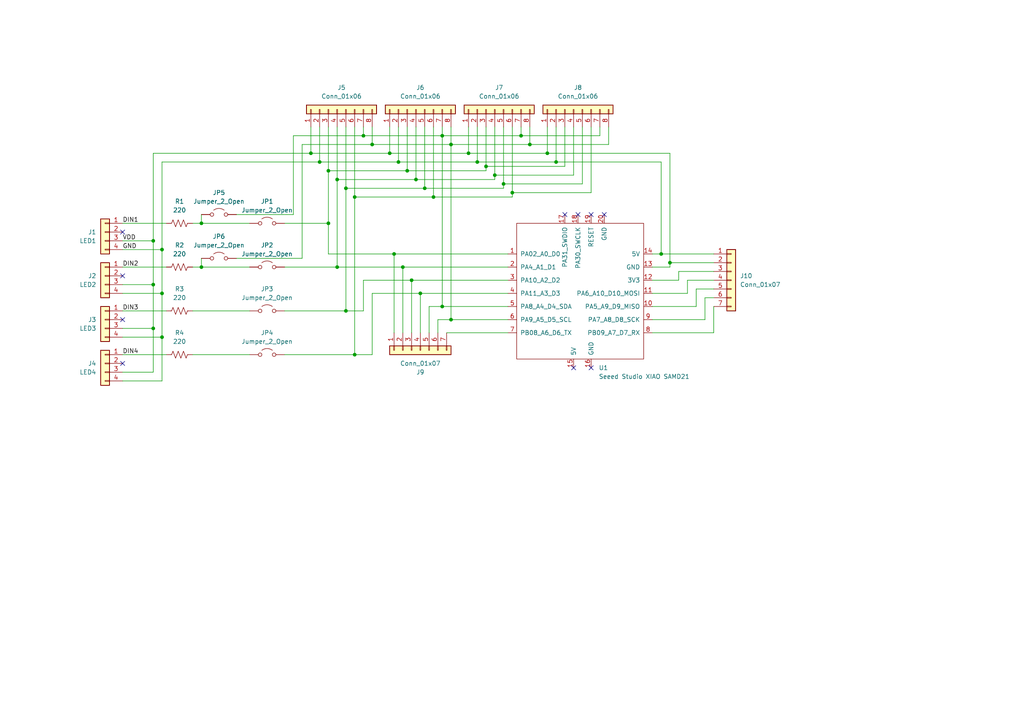
<source format=kicad_sch>
(kicad_sch (version 20231120) (generator "eeschema") (generator_version "8.0")
  (paper "A4")
  (lib_symbols
    (symbol "Connector_Generic:Conn_01x04" (pin_names (offset 1.016) hide)
      (property "Reference" "J" (at 0 5.08 0))
      (property "Value" "Conn_01x04" (at 0 -7.62 0))
      (symbol "Conn_01x04_1_1"
        (rectangle (start -1.27 -4.953) (end 0 -5.207) (stroke (width 0.1524)))
        (rectangle (start -1.27 -2.413) (end 0 -2.667) (stroke (width 0.1524)))
        (rectangle (start -1.27 0.127) (end 0 -0.127) (stroke (width 0.1524)))
        (rectangle (start -1.27 2.667) (end 0 2.413) (stroke (width 0.1524)))
        (rectangle (start -1.27 3.81) (end 1.27 -6.35) (stroke (width 0.254)) (fill (type background)))
        (pin passive line (at -5.08 2.54 0) (length 3.81) (name "Pin_1") (number "1"))
        (pin passive line (at -5.08 0 0) (length 3.81) (name "Pin_2") (number "2"))
        (pin passive line (at -5.08 -2.54 0) (length 3.81) (name "Pin_3") (number "3"))
        (pin passive line (at -5.08 -5.08 0) (length 3.81) (name "Pin_4") (number "4"))
      )
    )
    (symbol "Connector_Generic:Conn_01x07" (pin_names (offset 1.016) hide)
      (property "Reference" "J" (at 0 10.16 0))
      (property "Value" "Conn_01x07" (at 0 -10.16 0))
      (symbol "Conn_01x07_1_1"
        (rectangle (start -1.27 -7.493) (end 0 -7.747) (stroke (width 0.1524)))
        (rectangle (start -1.27 -4.953) (end 0 -5.207) (stroke (width 0.1524)))
        (rectangle (start -1.27 -2.413) (end 0 -2.667) (stroke (width 0.1524)))
        (rectangle (start -1.27 0.127) (end 0 -0.127) (stroke (width 0.1524)))
        (rectangle (start -1.27 2.667) (end 0 2.413) (stroke (width 0.1524)))
        (rectangle (start -1.27 5.207) (end 0 4.953) (stroke (width 0.1524)))
        (rectangle (start -1.27 7.747) (end 0 7.493) (stroke (width 0.1524)))
        (rectangle (start -1.27 8.89) (end 1.27 -8.89) (stroke (width 0.254)) (fill (type background)))
        (pin passive line (at -5.08 7.62 0) (length 3.81) (name "Pin_1") (number "1"))
        (pin passive line (at -5.08 5.08 0) (length 3.81) (name "Pin_2") (number "2"))
        (pin passive line (at -5.08 2.54 0) (length 3.81) (name "Pin_3") (number "3"))
        (pin passive line (at -5.08 0 0) (length 3.81) (name "Pin_4") (number "4"))
        (pin passive line (at -5.08 -2.54 0) (length 3.81) (name "Pin_5") (number "5"))
        (pin passive line (at -5.08 -5.08 0) (length 3.81) (name "Pin_6") (number "6"))
        (pin passive line (at -5.08 -7.62 0) (length 3.81) (name "Pin_7") (number "7"))
      )
    )
    (symbol "Connector_Generic:Conn_01x08" (pin_names (offset 1.016) hide)
      (property "Reference" "J" (at 0 10.16 0))
      (property "Value" "Conn_01x08" (at 0 -12.7 0))
      (symbol "Conn_01x08_1_1"
        (rectangle (start -1.27 -10.033) (end 0 -10.287) (stroke (width 0.1524)))
        (rectangle (start -1.27 -7.493) (end 0 -7.747) (stroke (width 0.1524)))
        (rectangle (start -1.27 -4.953) (end 0 -5.207) (stroke (width 0.1524)))
        (rectangle (start -1.27 -2.413) (end 0 -2.667) (stroke (width 0.1524)))
        (rectangle (start -1.27 0.127) (end 0 -0.127) (stroke (width 0.1524)))
        (rectangle (start -1.27 2.667) (end 0 2.413) (stroke (width 0.1524)))
        (rectangle (start -1.27 5.207) (end 0 4.953) (stroke (width 0.1524)))
        (rectangle (start -1.27 7.747) (end 0 7.493) (stroke (width 0.1524)))
        (rectangle (start -1.27 8.89) (end 1.27 -11.43) (stroke (width 0.254)) (fill (type background)))
        (pin passive line (at -5.08 7.62 0) (length 3.81) (name "Pin_1") (number "1"))
        (pin passive line (at -5.08 5.08 0) (length 3.81) (name "Pin_2") (number "2"))
        (pin passive line (at -5.08 2.54 0) (length 3.81) (name "Pin_3") (number "3"))
        (pin passive line (at -5.08 0 0) (length 3.81) (name "Pin_4") (number "4"))
        (pin passive line (at -5.08 -2.54 0) (length 3.81) (name "Pin_5") (number "5"))
        (pin passive line (at -5.08 -5.08 0) (length 3.81) (name "Pin_6") (number "6"))
        (pin passive line (at -5.08 -7.62 0) (length 3.81) (name "Pin_7") (number "7"))
        (pin passive line (at -5.08 -10.16 0) (length 3.81) (name "Pin_8") (number "8"))
      )
    )
    (symbol "Device:R_US" (pin_numbers hide) (pin_names (offset 0))
      (property "Reference" "R" (at 2.54 0 90))
      (property "Value" "R_US" (at -2.54 0 90))
      (symbol "R_US_0_1"
        (polyline (pts (xy 0 -2.286) (xy 0 -2.54)))
        (polyline (pts (xy 0 2.286) (xy 0 2.54)))
        (polyline (pts (xy 0 -0.762) (xy 1.016 -1.143) (xy 0 -1.524) (xy -1.016 -1.905) (xy 0 -2.286)))
        (polyline (pts (xy 0 0.762) (xy 1.016 0.381) (xy 0 0) (xy -1.016 -0.381) (xy 0 -0.762)))
        (polyline (pts (xy 0 2.286) (xy 1.016 1.905) (xy 0 1.524) (xy -1.016 1.143) (xy 0 0.762)))
      )
      (symbol "R_US_1_1"
        (pin passive line (at 0 3.81 270) (length 1.27) (name "~") (number "1"))
        (pin passive line (at 0 -3.81 90) (length 1.27) (name "~") (number "2"))
      )
    )
    (symbol "Jumper:Jumper_2_Open" (pin_numbers hide) (pin_names (offset 0) hide) (exclude_from_sim yes)
      (property "Reference" "JP" (at 0 2.794 0))
      (property "Value" "Jumper_2_Open" (at 0 -2.286 0))
      (symbol "Jumper_2_Open_0_0"
        (circle (center -2.032 0) (radius 0.508))
        (circle (center 2.032 0) (radius 0.508))
      )
      (symbol "Jumper_2_Open_0_1"
        (arc (start 1.524 1.27) (mid 0 1.778) (end -1.524 1.27))
      )
      (symbol "Jumper_2_Open_1_1"
        (pin passive line (at -5.08 0 0) (length 2.54) (name "A") (number "1"))
        (pin passive line (at 5.08 0 180) (length 2.54) (name "B") (number "2"))
      )
    )
    (symbol "Seeed_Studio_XIAO_Series:Seeed Studio XIAO SAMD21" (pin_names (offset 1.016))
      (property "Reference" "U" (at -19.05 22.86 0))
      (property "Value" "Seeed Studio XIAO SAMD21" (at -12.7 21.59 0))
      (symbol "Seeed Studio XIAO SAMD21_0_1"
        (rectangle (start -19.05 20.32) (end 17.78 -19.05))
      )
      (symbol "Seeed Studio XIAO SAMD21_1_1"
        (pin unspecified line (at -21.59 11.43 0) (length 2.54) (name "PA02_A0_D0") (number "1"))
        (pin unspecified line (at 20.32 -3.81 180) (length 2.54) (name "PA5_A9_D9_MISO") (number "10"))
        (pin unspecified line (at 20.32 0 180) (length 2.54) (name "PA6_A10_D10_MOSI") (number "11"))
        (pin unspecified line (at 20.32 3.81 180) (length 2.54) (name "3V3") (number "12"))
        (pin unspecified line (at 20.32 7.62 180) (length 2.54) (name "GND") (number "13"))
        (pin unspecified line (at 20.32 11.43 180) (length 2.54) (name "5V") (number "14"))
        (pin input line (at -2.54 -21.59 90) (length 2.54) (name "5V") (number "15"))
        (pin input line (at 2.54 -21.59 90) (length 2.54) (name "GND") (number "16"))
        (pin input line (at -5.08 22.86 270) (length 2.54) (name "PA31_SWDIO") (number "17"))
        (pin input line (at -1.27 22.86 270) (length 2.54) (name "PA30_SWCLK") (number "18"))
        (pin input line (at 2.54 22.86 270) (length 2.54) (name "RESET") (number "19"))
        (pin unspecified line (at -21.59 7.62 0) (length 2.54) (name "PA4_A1_D1") (number "2"))
        (pin input line (at 6.35 22.86 270) (length 2.54) (name "GND") (number "20"))
        (pin unspecified line (at -21.59 3.81 0) (length 2.54) (name "PA10_A2_D2") (number "3"))
        (pin unspecified line (at -21.59 0 0) (length 2.54) (name "PA11_A3_D3") (number "4"))
        (pin unspecified line (at -21.59 -3.81 0) (length 2.54) (name "PA8_A4_D4_SDA") (number "5"))
        (pin unspecified line (at -21.59 -7.62 0) (length 2.54) (name "PA9_A5_D5_SCL") (number "6"))
        (pin unspecified line (at -21.59 -11.43 0) (length 2.54) (name "PB08_A6_D6_TX") (number "7"))
        (pin unspecified line (at 20.32 -11.43 180) (length 2.54) (name "PB09_A7_D7_RX") (number "8"))
        (pin unspecified line (at 20.32 -7.62 180) (length 2.54) (name "PA7_A8_D8_SCK") (number "9"))
      )
    )
  )
  (junction (at 102.87 57.15))
  (junction (at 119.38 81.28))
  (junction (at 151.13 39.37))
  (junction (at 125.73 57.15))
  (junction (at 95.25 49.53))
  (junction (at 46.99 97.79))
  (junction (at 44.45 95.25))
  (junction (at 135.89 44.45))
  (junction (at 130.81 92.71))
  (junction (at 115.57 46.99))
  (junction (at 46.99 72.39))
  (junction (at 143.51 50.8))
  (junction (at 153.67 41.91))
  (junction (at 194.31 76.2))
  (junction (at 116.84 77.47))
  (junction (at 95.25 64.77))
  (junction (at 146.05 53.34))
  (junction (at 138.43 46.99))
  (junction (at 123.19 54.61))
  (junction (at 118.11 49.53))
  (junction (at 148.59 55.88))
  (junction (at 191.77 73.66))
  (junction (at 120.65 52.07))
  (junction (at 90.17 44.45))
  (junction (at 102.87 102.87))
  (junction (at 121.92 85.09))
  (junction (at 100.33 54.61))
  (junction (at 128.27 39.37))
  (junction (at 97.79 52.07))
  (junction (at 44.45 69.85))
  (junction (at 140.97 48.26))
  (junction (at 105.41 39.37))
  (junction (at 44.45 82.55))
  (junction (at 92.71 46.99))
  (junction (at 107.95 41.91))
  (junction (at 158.75 44.45))
  (junction (at 114.3 73.66))
  (junction (at 130.81 41.91))
  (junction (at 113.03 44.45))
  (junction (at 100.33 90.17))
  (junction (at 161.29 46.99))
  (junction (at 58.42 64.77))
  (junction (at 97.79 77.47))
  (junction (at 128.27 88.9))
  (junction (at 46.99 85.09))
  (junction (at 58.42 77.47))
  (no_connect (at 163.83 62.23))
  (no_connect (at 35.56 105.41))
  (no_connect (at 35.56 80.01))
  (no_connect (at 35.56 92.71))
  (no_connect (at 35.56 67.31))
  (no_connect (at 166.37 106.68))
  (no_connect (at 171.45 62.23))
  (no_connect (at 175.26 62.23))
  (no_connect (at 167.64 62.23))
  (no_connect (at 171.45 106.68))
  (wire (pts (xy 124.46 96.52) (xy 124.46 88.9)))
  (wire (pts (xy 68.58 62.23) (xy 85.09 62.23)))
  (wire (pts (xy 58.42 64.77) (xy 72.39 64.77)))
  (wire (pts (xy 35.56 77.47) (xy 48.26 77.47)))
  (wire (pts (xy 46.99 85.09) (xy 46.99 72.39)))
  (wire (pts (xy 130.81 41.91) (xy 130.81 36.83)))
  (wire (pts (xy 97.79 52.07) (xy 120.65 52.07)))
  (wire (pts (xy 44.45 107.95) (xy 44.45 95.25)))
  (wire (pts (xy 35.56 95.25) (xy 44.45 95.25)))
  (wire (pts (xy 92.71 36.83) (xy 92.71 46.99)))
  (wire (pts (xy 125.73 36.83) (xy 125.73 57.15)))
  (wire (pts (xy 121.92 85.09) (xy 107.95 85.09)))
  (wire (pts (xy 35.56 90.17) (xy 48.26 90.17)))
  (wire (pts (xy 207.01 78.74) (xy 196.85 78.74)))
  (wire (pts (xy 55.88 90.17) (xy 72.39 90.17)))
  (wire (pts (xy 147.32 85.09) (xy 121.92 85.09)))
  (wire (pts (xy 114.3 73.66) (xy 147.32 73.66)))
  (wire (pts (xy 95.25 36.83) (xy 95.25 49.53)))
  (wire (pts (xy 166.37 50.8) (xy 143.51 50.8)))
  (wire (pts (xy 176.53 36.83) (xy 176.53 41.91)))
  (wire (pts (xy 199.39 81.28) (xy 199.39 85.09)))
  (wire (pts (xy 35.56 107.95) (xy 44.45 107.95)))
  (wire (pts (xy 140.97 48.26) (xy 140.97 49.53)))
  (wire (pts (xy 204.47 92.71) (xy 189.23 92.71)))
  (wire (pts (xy 135.89 44.45) (xy 113.03 44.45)))
  (wire (pts (xy 95.25 73.66) (xy 114.3 73.66)))
  (wire (pts (xy 158.75 44.45) (xy 194.31 44.45)))
  (wire (pts (xy 147.32 92.71) (xy 130.81 92.71)))
  (wire (pts (xy 58.42 74.93) (xy 58.42 77.47)))
  (wire (pts (xy 171.45 55.88) (xy 148.59 55.88)))
  (wire (pts (xy 85.09 39.37) (xy 85.09 62.23)))
  (wire (pts (xy 46.99 110.49) (xy 46.99 97.79)))
  (wire (pts (xy 146.05 36.83) (xy 146.05 53.34)))
  (wire (pts (xy 118.11 49.53) (xy 95.25 49.53)))
  (wire (pts (xy 146.05 54.61) (xy 123.19 54.61)))
  (wire (pts (xy 163.83 48.26) (xy 140.97 48.26)))
  (wire (pts (xy 163.83 36.83) (xy 163.83 48.26)))
  (wire (pts (xy 35.56 102.87) (xy 48.26 102.87)))
  (wire (pts (xy 118.11 36.83) (xy 118.11 49.53)))
  (wire (pts (xy 35.56 64.77) (xy 48.26 64.77)))
  (wire (pts (xy 95.25 49.53) (xy 95.25 64.77)))
  (wire (pts (xy 105.41 81.28) (xy 119.38 81.28)))
  (wire (pts (xy 207.01 83.82) (xy 201.93 83.82)))
  (wire (pts (xy 55.88 102.87) (xy 72.39 102.87)))
  (wire (pts (xy 107.95 41.91) (xy 87.63 41.91)))
  (wire (pts (xy 128.27 39.37) (xy 128.27 88.9)))
  (wire (pts (xy 138.43 46.99) (xy 161.29 46.99)))
  (wire (pts (xy 116.84 77.47) (xy 147.32 77.47)))
  (wire (pts (xy 171.45 36.83) (xy 171.45 55.88)))
  (wire (pts (xy 105.41 39.37) (xy 128.27 39.37)))
  (wire (pts (xy 128.27 39.37) (xy 151.13 39.37)))
  (wire (pts (xy 128.27 88.9) (xy 147.32 88.9)))
  (wire (pts (xy 125.73 57.15) (xy 102.87 57.15)))
  (wire (pts (xy 153.67 41.91) (xy 176.53 41.91)))
  (wire (pts (xy 207.01 96.52) (xy 189.23 96.52)))
  (wire (pts (xy 35.56 85.09) (xy 46.99 85.09)))
  (wire (pts (xy 161.29 36.83) (xy 161.29 46.99)))
  (wire (pts (xy 166.37 36.83) (xy 166.37 50.8)))
  (wire (pts (xy 35.56 69.85) (xy 44.45 69.85)))
  (wire (pts (xy 201.93 88.9) (xy 189.23 88.9)))
  (wire (pts (xy 153.67 41.91) (xy 153.67 36.83)))
  (wire (pts (xy 100.33 54.61) (xy 123.19 54.61)))
  (wire (pts (xy 204.47 86.36) (xy 204.47 92.71)))
  (wire (pts (xy 207.01 88.9) (xy 207.01 96.52)))
  (wire (pts (xy 97.79 52.07) (xy 97.79 77.47)))
  (wire (pts (xy 105.41 81.28) (xy 105.41 90.17)))
  (wire (pts (xy 135.89 36.83) (xy 135.89 44.45)))
  (wire (pts (xy 119.38 81.28) (xy 147.32 81.28)))
  (wire (pts (xy 68.58 74.93) (xy 87.63 74.93)))
  (wire (pts (xy 102.87 36.83) (xy 102.87 57.15)))
  (wire (pts (xy 115.57 36.83) (xy 115.57 46.99)))
  (wire (pts (xy 55.88 64.77) (xy 58.42 64.77)))
  (wire (pts (xy 148.59 57.15) (xy 125.73 57.15)))
  (wire (pts (xy 82.55 102.87) (xy 102.87 102.87)))
  (wire (pts (xy 191.77 73.66) (xy 207.01 73.66)))
  (wire (pts (xy 35.56 82.55) (xy 44.45 82.55)))
  (wire (pts (xy 194.31 44.45) (xy 194.31 76.2)))
  (wire (pts (xy 207.01 81.28) (xy 199.39 81.28)))
  (wire (pts (xy 115.57 46.99) (xy 92.71 46.99)))
  (wire (pts (xy 105.41 39.37) (xy 85.09 39.37)))
  (wire (pts (xy 173.99 36.83) (xy 173.99 39.37)))
  (wire (pts (xy 116.84 77.47) (xy 116.84 96.52)))
  (wire (pts (xy 82.55 64.77) (xy 95.25 64.77)))
  (wire (pts (xy 97.79 36.83) (xy 97.79 52.07)))
  (wire (pts (xy 130.81 41.91) (xy 153.67 41.91)))
  (wire (pts (xy 95.25 73.66) (xy 95.25 64.77)))
  (wire (pts (xy 44.45 95.25) (xy 44.45 82.55)))
  (wire (pts (xy 102.87 102.87) (xy 107.95 102.87)))
  (wire (pts (xy 102.87 102.87) (xy 102.87 57.15)))
  (wire (pts (xy 92.71 46.99) (xy 46.99 46.99)))
  (wire (pts (xy 158.75 44.45) (xy 135.89 44.45)))
  (wire (pts (xy 113.03 36.83) (xy 113.03 44.45)))
  (wire (pts (xy 196.85 78.74) (xy 196.85 81.28)))
  (wire (pts (xy 107.95 36.83) (xy 107.95 41.91)))
  (wire (pts (xy 151.13 39.37) (xy 173.99 39.37)))
  (wire (pts (xy 194.31 77.47) (xy 189.23 77.47)))
  (wire (pts (xy 130.81 41.91) (xy 130.81 92.71)))
  (wire (pts (xy 114.3 73.66) (xy 114.3 96.52)))
  (wire (pts (xy 140.97 36.83) (xy 140.97 48.26)))
  (wire (pts (xy 146.05 53.34) (xy 146.05 54.61)))
  (wire (pts (xy 148.59 36.83) (xy 148.59 55.88)))
  (wire (pts (xy 58.42 62.23) (xy 58.42 64.77)))
  (wire (pts (xy 194.31 76.2) (xy 207.01 76.2)))
  (wire (pts (xy 100.33 36.83) (xy 100.33 54.61)))
  (wire (pts (xy 128.27 39.37) (xy 128.27 36.83)))
  (wire (pts (xy 46.99 97.79) (xy 46.99 85.09)))
  (wire (pts (xy 138.43 46.99) (xy 115.57 46.99)))
  (wire (pts (xy 143.51 52.07) (xy 120.65 52.07)))
  (wire (pts (xy 127 92.71) (xy 130.81 92.71)))
  (wire (pts (xy 138.43 36.83) (xy 138.43 46.99)))
  (wire (pts (xy 168.91 53.34) (xy 146.05 53.34)))
  (wire (pts (xy 143.51 50.8) (xy 143.51 52.07)))
  (wire (pts (xy 87.63 41.91) (xy 87.63 74.93)))
  (wire (pts (xy 97.79 77.47) (xy 116.84 77.47)))
  (wire (pts (xy 161.29 46.99) (xy 191.77 46.99)))
  (wire (pts (xy 46.99 46.99) (xy 46.99 72.39)))
  (wire (pts (xy 148.59 55.88) (xy 148.59 57.15)))
  (wire (pts (xy 44.45 82.55) (xy 44.45 69.85)))
  (wire (pts (xy 140.97 49.53) (xy 118.11 49.53)))
  (wire (pts (xy 207.01 86.36) (xy 204.47 86.36)))
  (wire (pts (xy 194.31 76.2) (xy 194.31 77.47)))
  (wire (pts (xy 100.33 90.17) (xy 105.41 90.17)))
  (wire (pts (xy 107.95 41.91) (xy 130.81 41.91)))
  (wire (pts (xy 107.95 85.09) (xy 107.95 102.87)))
  (wire (pts (xy 55.88 77.47) (xy 58.42 77.47)))
  (wire (pts (xy 35.56 110.49) (xy 46.99 110.49)))
  (wire (pts (xy 82.55 77.47) (xy 97.79 77.47)))
  (wire (pts (xy 105.41 36.83) (xy 105.41 39.37)))
  (wire (pts (xy 151.13 39.37) (xy 151.13 36.83)))
  (wire (pts (xy 44.45 44.45) (xy 90.17 44.45)))
  (wire (pts (xy 35.56 97.79) (xy 46.99 97.79)))
  (wire (pts (xy 191.77 73.66) (xy 189.23 73.66)))
  (wire (pts (xy 158.75 36.83) (xy 158.75 44.45)))
  (wire (pts (xy 123.19 36.83) (xy 123.19 54.61)))
  (wire (pts (xy 199.39 85.09) (xy 189.23 85.09)))
  (wire (pts (xy 90.17 44.45) (xy 113.03 44.45)))
  (wire (pts (xy 121.92 85.09) (xy 121.92 96.52)))
  (wire (pts (xy 100.33 54.61) (xy 100.33 90.17)))
  (wire (pts (xy 196.85 81.28) (xy 189.23 81.28)))
  (wire (pts (xy 82.55 90.17) (xy 100.33 90.17)))
  (wire (pts (xy 168.91 36.83) (xy 168.91 53.34)))
  (wire (pts (xy 90.17 36.83) (xy 90.17 44.45)))
  (wire (pts (xy 35.56 72.39) (xy 46.99 72.39)))
  (wire (pts (xy 143.51 36.83) (xy 143.51 50.8)))
  (wire (pts (xy 58.42 77.47) (xy 72.39 77.47)))
  (wire (pts (xy 124.46 88.9) (xy 128.27 88.9)))
  (wire (pts (xy 119.38 96.52) (xy 119.38 81.28)))
  (wire (pts (xy 129.54 96.52) (xy 147.32 96.52)))
  (wire (pts (xy 44.45 44.45) (xy 44.45 69.85)))
  (wire (pts (xy 127 96.52) (xy 127 92.71)))
  (wire (pts (xy 120.65 36.83) (xy 120.65 52.07)))
  (wire (pts (xy 201.93 83.82) (xy 201.93 88.9)))
  (wire (pts (xy 191.77 73.66) (xy 191.77 46.99)))
  (label "DIN3" (at 35.56 90.17 0))
  (label "VDD" (at 35.56 69.85 0))
  (label "GND" (at 35.56 72.39 0))
  (label "DIN1" (at 35.56 64.77 0))
  (label "DIN4" (at 35.56 102.87 0))
  (label "DIN2" (at 35.56 77.47 0))
  (symbol (lib_id "Connector_Generic:Conn_01x04") (at 30.48 92.71 0) (mirror y) (unit 1)
    (property "Reference" "J3" (at 27.94 92.7099 0) (effects (justify left)))
    (property "Value" "LED3" (at 27.94 95.2499 0) (effects (justify left)))
    (property "Footprint" "Library:HDR-TH_4P-P1.27-V-F-R2-C2-S1.27" (effects (hide yes)))
    (property "Description" "Generic connector, single row, 01x04, script generated (kicad-library-utils/schlib/autogen/connector/)" (effects (hide yes)))
  )
  (symbol (lib_id "Connector_Generic:Conn_01x07") (at 121.92 101.6 90) (mirror x) (unit 1)
    (property "Reference" "J9" (at 121.92 107.95 90))
    (property "Value" "Conn_01x07" (at 121.92 105.41 90))
    (property "Footprint" "Connector_PinSocket_2.54mm:PinSocket_1x07_P2.54mm_Vertical" (effects (hide yes)))
    (property "Description" "Generic connector, single row, 01x07, script generated (kicad-library-utils/schlib/autogen/connector/)" (effects (hide yes)))
  )
  (symbol (lib_id "Jumper:Jumper_2_Open") (at 63.5 62.23 0) (unit 1) (exclude_from_sim yes)
    (property "Reference" "JP5" (at 63.5 55.88 0))
    (property "Value" "Jumper_2_Open" (at 63.5 58.42 0))
    (property "Description" "Jumper, 2-pole, open" (effects (hide yes)))
  )
  (symbol (lib_id "Connector_Generic:Conn_01x08") (at 143.51 31.75 90) (unit 1)
    (property "Reference" "J7" (at 144.78 25.4 90))
    (property "Value" "Conn_01x06" (at 144.78 27.94 90))
    (property "Footprint" "Connector_PinSocket_2.54mm:PinSocket_1x08_P2.54mm_Vertical" (effects (hide yes)))
    (property "Description" "Generic connector, single row, 01x08, script generated (kicad-library-utils/schlib/autogen/connector/)" (effects (hide yes)))
  )
  (symbol (lib_id "Connector_Generic:Conn_01x04") (at 30.48 67.31 0) (mirror y) (unit 1)
    (property "Reference" "J1" (at 27.94 67.3099 0) (effects (justify left)))
    (property "Value" "LED1" (at 27.94 69.8499 0) (effects (justify left)))
    (property "Footprint" "Library:HDR-TH_4P-P1.27-V-F-R2-C2-S1.27" (effects (hide yes)))
    (property "Description" "Generic connector, single row, 01x04, script generated (kicad-library-utils/schlib/autogen/connector/)" (effects (hide yes)))
  )
  (symbol (lib_id "Connector_Generic:Conn_01x04") (at 30.48 80.01 0) (mirror y) (unit 1)
    (property "Reference" "J2" (at 27.94 80.0099 0) (effects (justify left)))
    (property "Value" "LED2" (at 27.94 82.5499 0) (effects (justify left)))
    (property "Footprint" "Library:HDR-TH_4P-P1.27-V-F-R2-C2-S1.27" (effects (hide yes)))
    (property "Description" "Generic connector, single row, 01x04, script generated (kicad-library-utils/schlib/autogen/connector/)" (effects (hide yes)))
  )
  (symbol (lib_id "Connector_Generic:Conn_01x08") (at 120.65 31.75 90) (unit 1)
    (property "Reference" "J6" (at 121.92 25.4 90))
    (property "Value" "Conn_01x06" (at 121.92 27.94 90))
    (property "Footprint" "Connector_PinSocket_2.54mm:PinSocket_1x08_P2.54mm_Vertical" (effects (hide yes)))
    (property "Description" "Generic connector, single row, 01x08, script generated (kicad-library-utils/schlib/autogen/connector/)" (effects (hide yes)))
  )
  (symbol (lib_id "Device:R_US") (at 52.07 64.77 90) (unit 1)
    (property "Reference" "R1" (at 52.07 58.42 90))
    (property "Value" "220" (at 52.07 60.96 90))
    (property "Footprint" "Resistor_SMD:R_0603_1608Metric" (effects (hide yes)))
    (property "Description" "Resistor, US symbol" (effects (hide yes)))
  )
  (symbol (lib_id "Jumper:Jumper_2_Open") (at 77.47 102.87 0) (unit 1) (exclude_from_sim yes)
    (property "Reference" "JP4" (at 77.47 96.52 0))
    (property "Value" "Jumper_2_Open" (at 77.47 99.06 0))
    (property "Description" "Jumper, 2-pole, open" (effects (hide yes)))
  )
  (symbol (lib_id "Jumper:Jumper_2_Open") (at 63.5 74.93 0) (unit 1) (exclude_from_sim yes)
    (property "Reference" "JP6" (at 63.5 68.58 0))
    (property "Value" "Jumper_2_Open" (at 63.5 71.12 0))
    (property "Description" "Jumper, 2-pole, open" (effects (hide yes)))
  )
  (symbol (lib_id "Device:R_US") (at 52.07 102.87 90) (unit 1)
    (property "Reference" "R4" (at 52.07 96.52 90))
    (property "Value" "220" (at 52.07 99.06 90))
    (property "Footprint" "Resistor_SMD:R_0603_1608Metric" (effects (hide yes)))
    (property "Description" "Resistor, US symbol" (effects (hide yes)))
  )
  (symbol (lib_id "Connector_Generic:Conn_01x07") (at 212.09 81.28 0) (unit 1)
    (property "Reference" "J10" (at 214.63 80.0099 0) (effects (justify left)))
    (property "Value" "Conn_01x07" (at 214.63 82.5499 0) (effects (justify left)))
    (property "Footprint" "Connector_PinSocket_2.54mm:PinSocket_1x07_P2.54mm_Vertical" (effects (hide yes)))
    (property "Description" "Generic connector, single row, 01x07, script generated (kicad-library-utils/schlib/autogen/connector/)" (effects (hide yes)))
  )
  (symbol (lib_id "Jumper:Jumper_2_Open") (at 77.47 90.17 0) (unit 1) (exclude_from_sim yes)
    (property "Reference" "JP3" (at 77.47 83.82 0))
    (property "Value" "Jumper_2_Open" (at 77.47 86.36 0))
    (property "Description" "Jumper, 2-pole, open" (effects (hide yes)))
  )
  (symbol (lib_id "Device:R_US") (at 52.07 90.17 90) (unit 1)
    (property "Reference" "R3" (at 52.07 83.82 90))
    (property "Value" "220" (at 52.07 86.36 90))
    (property "Footprint" "Resistor_SMD:R_0603_1608Metric" (effects (hide yes)))
    (property "Description" "Resistor, US symbol" (effects (hide yes)))
  )
  (symbol (lib_id "Device:R_US") (at 52.07 77.47 90) (unit 1)
    (property "Reference" "R2" (at 52.07 71.12 90))
    (property "Value" "220" (at 52.07 73.66 90))
    (property "Footprint" "Resistor_SMD:R_0603_1608Metric" (effects (hide yes)))
    (property "Description" "Resistor, US symbol" (effects (hide yes)))
  )
  (symbol (lib_id "Jumper:Jumper_2_Open") (at 77.47 77.47 0) (unit 1) (exclude_from_sim yes)
    (property "Reference" "JP2" (at 77.47 71.12 0))
    (property "Value" "Jumper_2_Open" (at 77.47 73.66 0))
    (property "Description" "Jumper, 2-pole, open" (effects (hide yes)))
  )
  (symbol (lib_id "Connector_Generic:Conn_01x04") (at 30.48 105.41 0) (mirror y) (unit 1)
    (property "Reference" "J4" (at 27.94 105.4099 0) (effects (justify left)))
    (property "Value" "LED4" (at 27.94 107.9499 0) (effects (justify left)))
    (property "Footprint" "Library:HDR-TH_4P-P1.27-V-F-R2-C2-S1.27" (effects (hide yes)))
    (property "Description" "Generic connector, single row, 01x04, script generated (kicad-library-utils/schlib/autogen/connector/)" (effects (hide yes)))
  )
  (symbol (lib_id "Connector_Generic:Conn_01x08") (at 97.79 31.75 90) (unit 1)
    (property "Reference" "J5" (at 99.06 25.4 90))
    (property "Value" "Conn_01x06" (at 99.06 27.94 90))
    (property "Footprint" "Connector_PinSocket_2.54mm:PinSocket_1x08_P2.54mm_Vertical" (effects (hide yes)))
    (property "Description" "Generic connector, single row, 01x08, script generated (kicad-library-utils/schlib/autogen/connector/)" (effects (hide yes)))
  )
  (symbol (lib_id "Jumper:Jumper_2_Open") (at 77.47 64.77 0) (unit 1) (exclude_from_sim yes)
    (property "Reference" "JP1" (at 77.47 58.42 0))
    (property "Value" "Jumper_2_Open" (at 77.47 60.96 0))
    (property "Description" "Jumper, 2-pole, open" (effects (hide yes)))
  )
  (symbol (lib_id "Connector_Generic:Conn_01x08") (at 166.37 31.75 90) (unit 1)
    (property "Reference" "J8" (at 167.64 25.4 90))
    (property "Value" "Conn_01x06" (at 167.64 27.94 90))
    (property "Footprint" "Connector_PinSocket_2.54mm:PinSocket_1x08_P2.54mm_Vertical" (effects (hide yes)))
    (property "Description" "Generic connector, single row, 01x08, script generated (kicad-library-utils/schlib/autogen/connector/)" (effects (hide yes)))
  )
  (symbol (lib_id "Seeed_Studio_XIAO_Series:Seeed Studio XIAO SAMD21") (at 168.91 85.09 0) (unit 1)
    (property "Reference" "U1" (at 173.6441 106.68 0) (effects (justify left)))
    (property "Value" "Seeed Studio XIAO SAMD21" (at 173.6441 109.22 0) (effects (justify left)))
    (property "Footprint" "Seeed Studio XIAO Series Library:XIAO-Generic-Hybrid-14P-2.54-21X17.8MM" (effects (hide yes)))
  )
)
</source>
